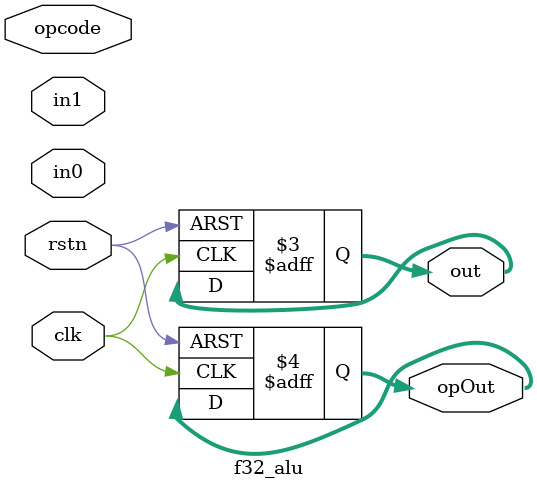
<source format=v>
`timescale 1ns/1ps


module f32_alu(
    input clk,
    input rstn,
    input [31:0] in0,
    input [31:0] in1,
    input [1:0] opcode,
    output [31:0] out,
    output [1:0] opOut 
);
    
reg [31:0] out;
reg [1:0] opOut;

always @(posedge clk or negedge rstn) begin
    if(!rstn) begin
        out <= {32{1'b0}};
        opOut <= {2{1'b0}};
    end
    
end
endmodule
</source>
